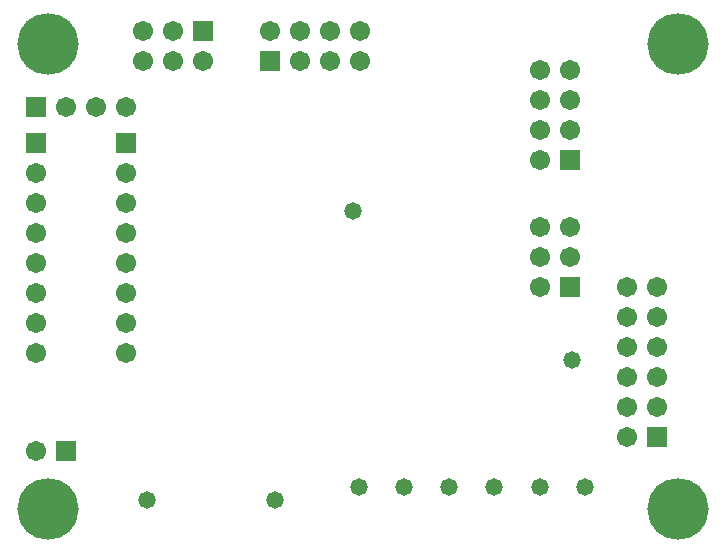
<source format=gbs>
G04 Layer_Color=16711935*
%FSLAX24Y24*%
%MOIN*%
G70*
G01*
G75*
%ADD43R,0.0671X0.0671*%
%ADD44C,0.0671*%
%ADD45R,0.0671X0.0671*%
%ADD46C,0.2049*%
%ADD47C,0.0580*%
D43*
X20294Y2400D02*
D03*
X-411Y12219D02*
D03*
X2589D02*
D03*
X17400Y7400D02*
D03*
Y11650D02*
D03*
D44*
X19294Y2400D02*
D03*
X20294Y3400D02*
D03*
X19294D02*
D03*
X20294Y4400D02*
D03*
X19294D02*
D03*
X20294Y5400D02*
D03*
X19294D02*
D03*
X20294Y6400D02*
D03*
X19294D02*
D03*
X20294Y7400D02*
D03*
X19294D02*
D03*
X-411Y5219D02*
D03*
Y6219D02*
D03*
Y7219D02*
D03*
Y8219D02*
D03*
Y9219D02*
D03*
Y10219D02*
D03*
Y11219D02*
D03*
X2589Y5219D02*
D03*
Y6219D02*
D03*
Y7219D02*
D03*
Y8219D02*
D03*
Y9219D02*
D03*
Y10219D02*
D03*
Y11219D02*
D03*
X16400Y9400D02*
D03*
X17400D02*
D03*
X16400Y8400D02*
D03*
X17400D02*
D03*
X16400Y7400D02*
D03*
X3150Y14945D02*
D03*
Y15945D02*
D03*
X4150Y14945D02*
D03*
Y15945D02*
D03*
X5150Y14945D02*
D03*
X16400Y11650D02*
D03*
X17400Y12650D02*
D03*
X16400D02*
D03*
X17400Y13650D02*
D03*
X16400D02*
D03*
X17400Y14650D02*
D03*
X16400D02*
D03*
X-411Y1950D02*
D03*
X7410Y15945D02*
D03*
X8410Y14945D02*
D03*
Y15945D02*
D03*
X9410Y14945D02*
D03*
Y15945D02*
D03*
X10410Y14945D02*
D03*
Y15945D02*
D03*
X589Y13398D02*
D03*
X1589D02*
D03*
X2589D02*
D03*
D45*
X5150Y15945D02*
D03*
X589Y1950D02*
D03*
X7410Y14945D02*
D03*
X-411Y13398D02*
D03*
D46*
X0Y0D02*
D03*
X21000D02*
D03*
Y15500D02*
D03*
X0D02*
D03*
D47*
X3305Y318D02*
D03*
X7559D02*
D03*
X13370Y750D02*
D03*
X11860D02*
D03*
X16390D02*
D03*
X14880D02*
D03*
X10350D02*
D03*
X17900D02*
D03*
X10150Y9950D02*
D03*
X17450Y4954D02*
D03*
M02*

</source>
